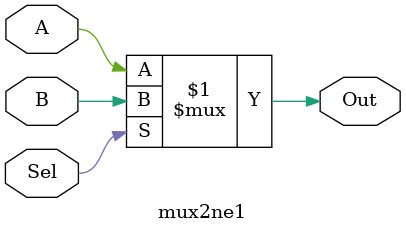
<source format=v>
`timescale 1ns / 1ps


module mux2ne1(
    input A,
    input B,
    input Sel,
    output Out
);
    assign Out = Sel ? B : A;
endmodule

</source>
